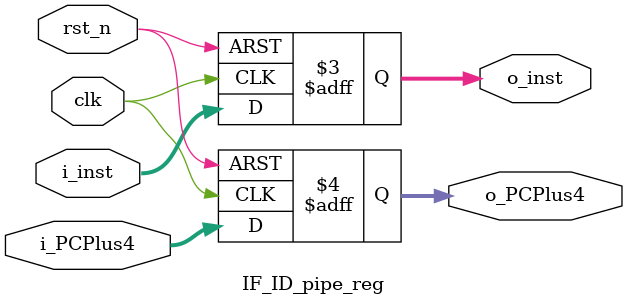
<source format=v>
module IF_ID_pipe_reg(
    input clk,
    input rst_n,
    input [31:0] i_inst,
    input [31:0] i_PCPlus4,
    output reg [31:0] o_inst,
    output reg [31:0] o_PCPlus4
    );
    
    always @(posedge clk, negedge rst_n)
    begin
        if(!rst_n)
        begin
            o_inst <= 32'h0;
            o_PCPlus4 <= 32'h0;
        end
        else
        begin
            o_inst <= i_inst;
            o_PCPlus4 <= i_PCPlus4;
        end
    end    
endmodule
</source>
